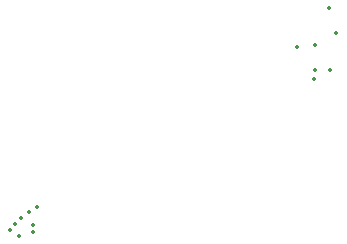
<source format=gbr>
%TF.GenerationSoftware,Altium Limited,Altium Designer,21.8.1 (53)*%
G04 Layer_Color=0*
%FSLAX45Y45*%
%MOMM*%
%TF.SameCoordinates,7374835A-4B4A-4399-96A1-91FF428CB2AC*%
%TF.FilePolarity,Positive*%
%TF.FileFunction,Plated,1,2,PTH,Drill*%
%TF.Part,Single*%
G01*
G75*
%TA.AperFunction,ViaDrill,NotFilled*%
%ADD30C,0.35000*%
D30*
X511090Y142306D02*
D03*
X507541Y81602D02*
D03*
X410000Y200000D02*
D03*
X319660Y99830D02*
D03*
X390000Y49390D02*
D03*
X480000Y250000D02*
D03*
X360476Y150475D02*
D03*
X547072Y299444D02*
D03*
X2743300Y1651400D02*
D03*
X2895704Y1453340D02*
D03*
X2903431Y1667402D02*
D03*
X3080248Y1768100D02*
D03*
X2890000Y1380000D02*
D03*
X3023003Y1454627D02*
D03*
X3021500Y1983400D02*
D03*
%TF.MD5,f7a2e5fbaa58c71c264a81b220fb8eeb*%
M02*

</source>
